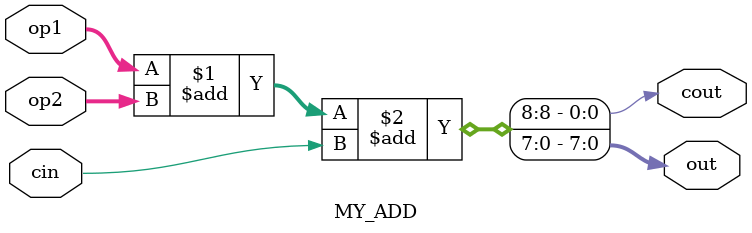
<source format=v>
module MY_ADD(op1, op2, cin, out, cout);
    input[7:0] op1, op2;
    input cin;
    output[7:0] out;
    output cout;

    assign {cout, out} = op1 + op2 + cin;

endmodule
</source>
